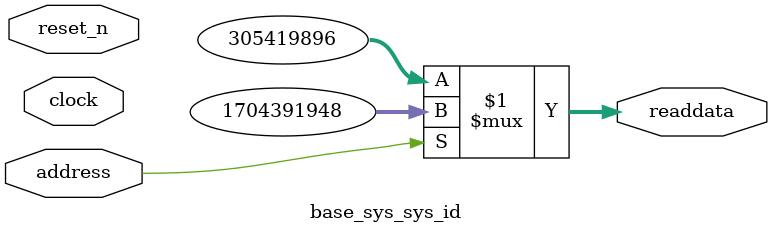
<source format=v>



// synthesis translate_off
`timescale 1ns / 1ps
// synthesis translate_on

// turn off superfluous verilog processor warnings 
// altera message_level Level1 
// altera message_off 10034 10035 10036 10037 10230 10240 10030 

module base_sys_sys_id (
               // inputs:
                address,
                clock,
                reset_n,

               // outputs:
                readdata
             )
;

  output  [ 31: 0] readdata;
  input            address;
  input            clock;
  input            reset_n;

  wire    [ 31: 0] readdata;
  //control_slave, which is an e_avalon_slave
  assign readdata = address ? 1704391948 : 305419896;

endmodule



</source>
